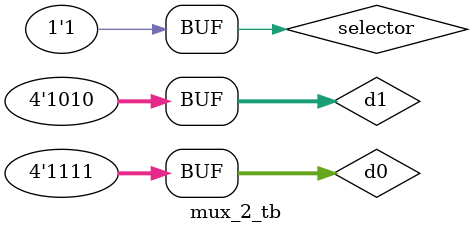
<source format=sv>
`timescale 1ns / 1ns

module mux_2 #(parameter bus = 4)(
	input [bus-1:0] d0,
	input [bus-1:0] d1,
	input selector,

	output reg [bus-1:0] out
	);

always @(*) begin
	case (selector)
		1'b0: out = d0;
		1'b1: out = d1;
        // default : out = #;
	endcase
end

endmodule

// --------------------------------------------------

module mux_2_tb;   
	localparam period = 10;
	parameter bus = 4;

	// input
	logic [bus-1:0] d0;
	logic [bus-1:0] d1;
	logic selector;

	// output
	reg [bus-1:0] out;

	mux_2 #(bus) UUT (d0, d1, selector, out);

	initial begin

		d0 = 'b1111;
		d1 = 'b1010;

		selector = 1'b0; #period;
		selector = 1'b1; #period;

	end 

endmodule 
</source>
